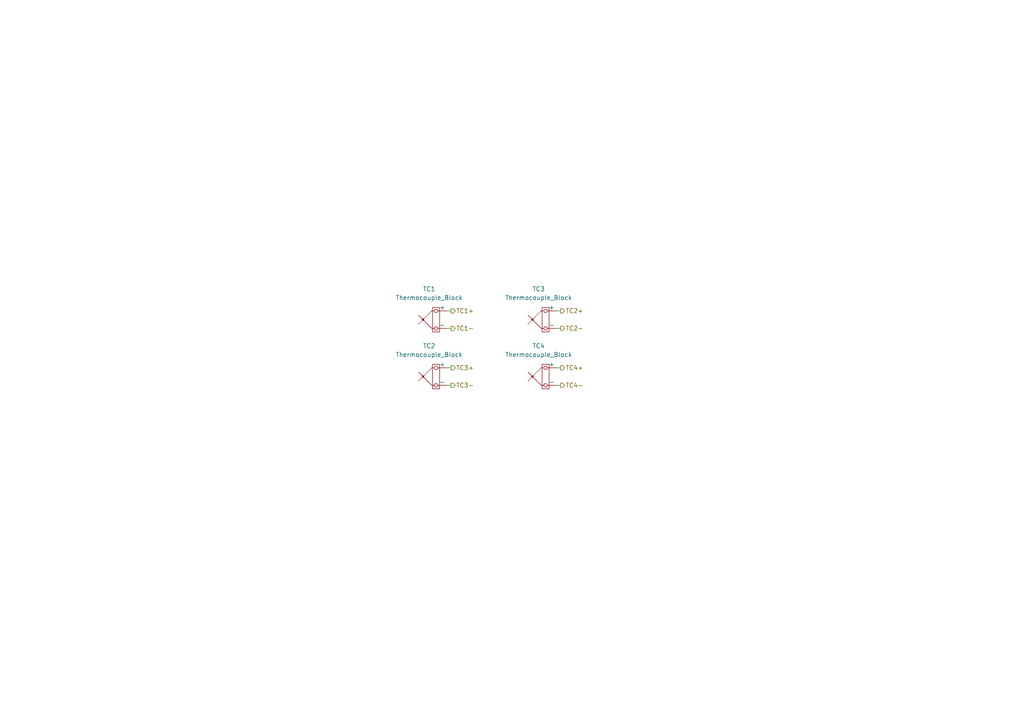
<source format=kicad_sch>
(kicad_sch (version 20250114) (generator "eeschema") (generator_version "9.0")
  (paper "A4")
  (lib_symbols
    (symbol "Device:Thermocouple_Block" (pin_numbers (hide yes)) (pin_names (offset 0))
      (property "Reference" "TC" (at -3.048 3.81 0))
      (property "Value" "Thermocouple_Block" (at -5.08 -4.064 0))
      (symbol "Thermocouple_Block_0_1"
        (polyline (pts (xy -2.794 -1.016) (xy -3.048 -1.27)))
        (polyline (pts (xy -2.286 -0.508) (xy -2.54 -0.762)))
        (circle (center -1.778 0) (radius 0.254) (fill (type outline)))
        (polyline (pts (xy -1.778 0) (xy -2.032 -0.254)))
        (polyline (pts (xy -1.27 0.508) (xy -1.524 0.254)))
        (polyline (pts (xy -0.762 1.016) (xy -1.016 0.762)))
        (polyline (pts (xy -0.254 1.524) (xy -0.508 1.27)))
        (polyline (pts (xy 0.254 2.032) (xy 0 1.778)))
        (polyline (pts (xy 0.762 2.54) (xy 0.508 2.286)))
        (rectangle (start 1.016 3.556) (end 3.048 -3.556))
        (polyline (pts (xy 1.27 2.54) (xy 0.762 2.54)))
        (polyline (pts (xy 1.27 -2.54) (xy 1.016 -2.54)))
        (polyline (pts (xy 1.524 -2.54) (xy 0.762 -2.54) (xy -3.048 1.27)))
        (circle (center 2.032 2.54) (radius 0.508))
        (circle (center 2.032 -2.54) (radius 0.508))
      )
      (symbol "Thermocouple_Block_1_1"
        (pin passive line (at 5.08 2.54 180) (length 2.54) (name "+") (number "1"))
        (pin passive line (at 5.08 -2.54 180) (length 2.54) (name "-") (number "2"))
      )
    )
  )
  (wire (pts (xy 161.29 90.17) (xy 162.56 90.17)))
  (wire (pts (xy 129.54 90.17) (xy 130.81 90.17)))
  (wire (pts (xy 129.54 95.25) (xy 130.81 95.25)))
  (wire (pts (xy 161.29 106.68) (xy 162.56 106.68)))
  (wire (pts (xy 161.29 95.25) (xy 162.56 95.25)))
  (wire (pts (xy 161.29 111.76) (xy 162.56 111.76)))
  (wire (pts (xy 129.54 106.68) (xy 130.81 106.68)))
  (wire (pts (xy 129.54 111.76) (xy 130.81 111.76)))
  (hierarchical_label "TC2-" (shape output) (at 162.56 95.25 0))
  (hierarchical_label "TC2+" (shape output) (at 162.56 90.17 0))
  (hierarchical_label "TC4+" (shape output) (at 162.56 106.68 0))
  (hierarchical_label "TC4-" (shape output) (at 162.56 111.76 0))
  (hierarchical_label "TC3-" (shape output) (at 130.81 111.76 0))
  (hierarchical_label "TC1+" (shape output) (at 130.81 90.17 0))
  (hierarchical_label "TC3+" (shape output) (at 130.81 106.68 0))
  (hierarchical_label "TC1-" (shape output) (at 130.81 95.25 0))
  (symbol (lib_id "Device:Thermocouple_Block") (at 156.21 109.22 0) (unit 1)
    (property "Reference" "TC4" (at 156.21 100.33 0))
    (property "Value" "Thermocouple_Block" (at 156.21 102.87 0))
    (property "Description" "Thermocouple with isothermal block" (effects (hide yes)))
  )
  (symbol (lib_id "Device:Thermocouple_Block") (at 124.46 92.71 0) (unit 1)
    (property "Reference" "TC1" (at 124.46 83.82 0))
    (property "Value" "Thermocouple_Block" (at 124.46 86.36 0))
    (property "Description" "Thermocouple with isothermal block" (effects (hide yes)))
  )
  (symbol (lib_id "Device:Thermocouple_Block") (at 156.21 92.71 0) (unit 1)
    (property "Reference" "TC3" (at 156.21 83.82 0))
    (property "Value" "Thermocouple_Block" (at 156.21 86.36 0))
    (property "Description" "Thermocouple with isothermal block" (effects (hide yes)))
  )
  (symbol (lib_id "Device:Thermocouple_Block") (at 124.46 109.22 0) (unit 1)
    (property "Reference" "TC2" (at 124.46 100.33 0))
    (property "Value" "Thermocouple_Block" (at 124.46 102.87 0))
    (property "Description" "Thermocouple with isothermal block" (effects (hide yes)))
  )
)
</source>
